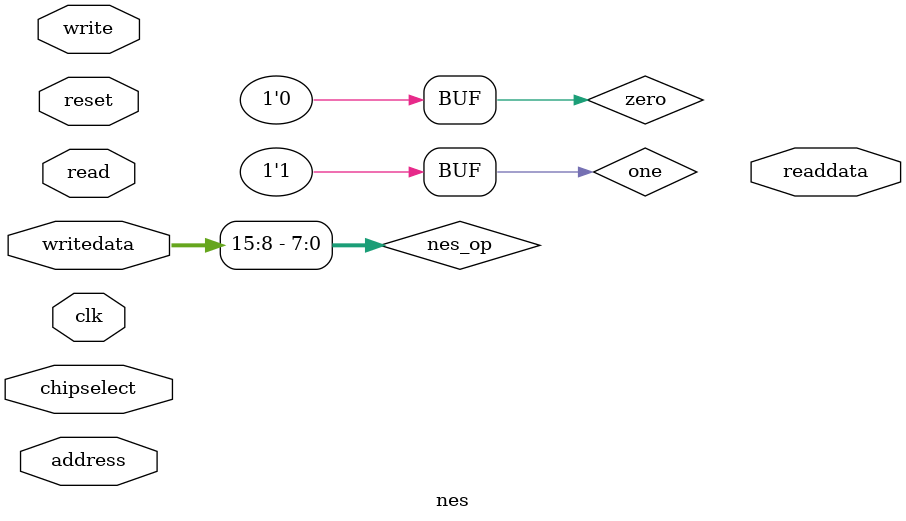
<source format=sv>
parameter
   RESET_CPU  = 8'd0,
   START_CPU = 8'd1,
   START_WRITE = 8'd2,
   WRITE = 8'd3,
   STOP_WRITE = 8'd4
;

module nes (
   input logic clk,
   input logic reset,
   input logic chipselect,
   input logic read, 
   output logic [15:0] readdata,
   input logic write,
   input logic [15:0] writedata,
   input logic [15:0] address
);

logic zero = 0;
logic one = 1;
logic cpu_ready;
logic sync;
logic cpu_write, mem_write, cpu_reset;
logic [15:0] cpu_addr, mem_addr;
logic [7:0] d_in, d_out, mem_in, mem_out;
logic [15:0] program_end = 0;

logic [7:0] nes_op;                       // our own NES opcodes
assign nes_op = writedata[15:8];

cpu c (
   .clk (clk),
   .reset (cpu_reset),
   .ready (cpu_ready),
   .irq (zero),
   .nmi (zero),
   .d_in (d_in),
   .write (cpu_write),
   .sync (sync),
   .d_out (d_out),
   .addr (cpu_addr)
);

memory mem (
   .clk (clk),
   .addr (mem_addr),
   .write (mem_write),
   .in (mem_in),
   .out (mem_out)
);

always_ff @(posedge clk) begin
   case (nes_op)
      RESET_CPU: begin
         mem_write <= 0;
         cpu_reset <= 1;
         program_end <= 0;
         end
      START_CPU: begin
         cpu_ready <= 1;
         cpu_reset <= 0;
         end
      START_WRITE: begin
         mem_addr <= address;
         program_end <= address + 1;
         mem_write <= 1;
         mem_in <= writedata[7:0];
         end
      WRITE: begin
         mem_write <= 1;
         mem_addr <= mem_addr + 1;
         program_end <= program_end + 1;
         mem_in <= writedata[7:0];
         end
      STOP_WRITE: begin
         mem_write <= 0;
         end
      default: begin
         mem_write <= 0;
         cpu_ready <= 0;
         end
   endcase
end

endmodule

</source>
